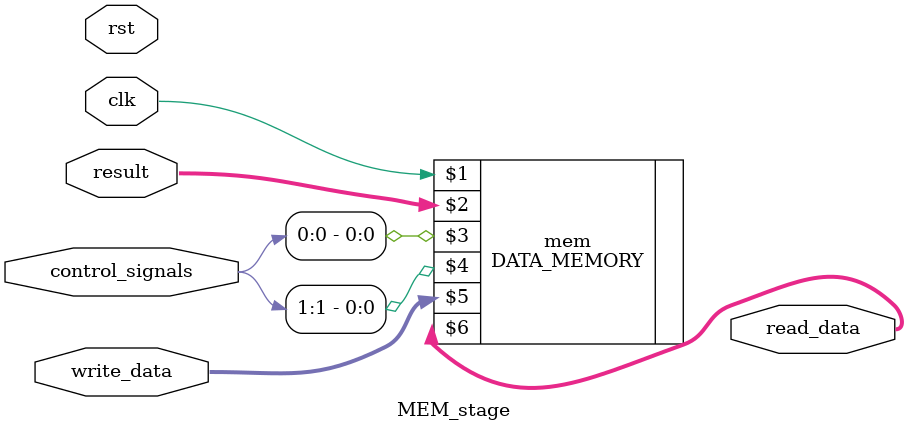
<source format=sv>

module MEM_stage(
    input clk, rst,
    input[31:0] result,
    input[31:0] write_data,
    input[1:0] control_signals,
    output[31:0] read_data
);
    //write_enable   --- mem_read
    DATA_MEMORY mem(clk , result , control_signals[0] , control_signals[1] , write_data , read_data) ;
endmodule 
</source>
